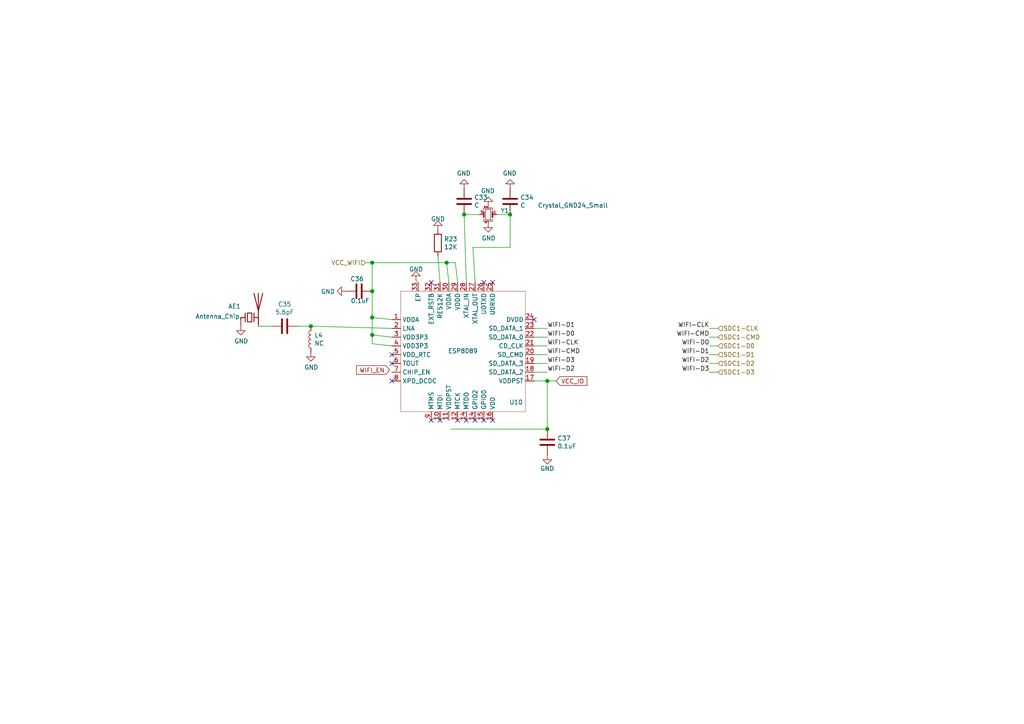
<source format=kicad_sch>
(kicad_sch (version 20210406) (generator eeschema)
  (paper "A4")
  (lib_symbols
    (symbol "Device:Antenna_Chip" (pin_numbers hide) (pin_names (offset 1.016) hide)
      (property "Reference" "AE" (at 0 5.08 0))
      (property "Value" "Antenna_Chip" (at 0 3.175 0))
      (symbol "Antenna_Chip_0_1"
        (polyline (pts (xy -2.54 0) (xy -2.54 -0.635)) (stroke (width 0.254)))
        (polyline (pts (xy -2.54 0) (xy -1.27 0)) (stroke (width 0.254)))
        (polyline (pts (xy 1.27 0) (xy 2.54 0)) (stroke (width 0.254)))
        (polyline (pts (xy 1.27 1.27) (xy 1.27 -1.27)) (stroke (width 0.254)))
        (polyline (pts (xy 2.54 -0.635) (xy 2.54 0)))
        (polyline (pts (xy 2.54 6.985) (xy 2.54 -1.905)) (stroke (width 0.254)))
        (polyline (pts (xy -1.27 1.27) (xy -1.27 -1.27) (xy -1.27 0)) (stroke (width 0.254)))
        (polyline (pts (xy 3.81 6.985) (xy 2.54 1.905) (xy 1.27 6.985)) (stroke (width 0.254)))
        (polyline (pts (xy -0.635 1.27) (xy 0.635 1.27) (xy 0.635 -1.27) (xy -0.635 -1.27) (xy -0.635 1.27)) (stroke (width 0.254)))
      )
      (symbol "Antenna_Chip_1_1"
        (pin input line (at -2.54 -2.54 90) (length 2.54) (name "FEED") (number "1"))
        (pin passive line (at 2.54 -2.54 90) (length 2.54) (name "PCB_Trace") (number "2"))
      )
    )
    (symbol "Device:C" (pin_numbers hide) (pin_names (offset 0.254))
      (property "Reference" "C" (at 0.635 2.54 0))
      (property "Value" "C" (at 0.635 -2.54 0))
      (symbol "C_0_1"
        (polyline (pts (xy -2.032 -0.762) (xy 2.032 -0.762)) (stroke (width 0.508)))
        (polyline (pts (xy -2.032 0.762) (xy 2.032 0.762)) (stroke (width 0.508)))
      )
      (symbol "C_1_1"
        (pin passive line (at 0 3.81 270) (length 2.794) (name "~") (number "1"))
        (pin passive line (at 0 -3.81 90) (length 2.794) (name "~") (number "2"))
      )
    )
    (symbol "Device:Crystal_GND24_Small" (pin_names (offset 1.016) hide)
      (property "Reference" "Y" (at 1.27 4.445 0))
      (property "Value" "Crystal_GND24_Small" (at 1.27 2.54 0))
      (symbol "Crystal_GND24_Small_0_1"
        (rectangle (start -0.762 -1.524) (end 0.762 1.524))
        (polyline (pts (xy -1.27 -0.762) (xy -1.27 0.762)) (stroke (width 0.381)))
        (polyline (pts (xy 1.27 -0.762) (xy 1.27 0.762)) (stroke (width 0.381)))
        (polyline (pts (xy -1.27 -1.27) (xy -1.27 -1.905) (xy 1.27 -1.905) (xy 1.27 -1.27)))
        (polyline (pts (xy -1.27 1.27) (xy -1.27 1.905) (xy 1.27 1.905) (xy 1.27 1.27)))
      )
      (symbol "Crystal_GND24_Small_1_1"
        (pin passive line (at -2.54 0 0) (length 1.27) (name "1") (number "1"))
        (pin passive line (at 0 -2.54 90) (length 0.635) (name "2") (number "2"))
        (pin passive line (at 2.54 0 180) (length 1.27) (name "3") (number "3"))
        (pin passive line (at 0 2.54 270) (length 0.635) (name "4") (number "4"))
      )
    )
    (symbol "Device:L" (pin_numbers hide) (pin_names (offset 1.016) hide)
      (property "Reference" "L" (at -1.27 0 90))
      (property "Value" "L" (at 1.905 0 90))
      (symbol "L_0_1"
        (arc (start 0 -2.54) (end 0 -1.27) (radius (at 0 -1.905) (length 0.635) (angles -89.9 89.9)))
        (arc (start 0 -1.27) (end 0 0) (radius (at 0 -0.635) (length 0.635) (angles -89.9 89.9)))
        (arc (start 0 0) (end 0 1.27) (radius (at 0 0.635) (length 0.635) (angles -89.9 89.9)))
        (arc (start 0 1.27) (end 0 2.54) (radius (at 0 1.905) (length 0.635) (angles -89.9 89.9)))
      )
      (symbol "L_1_1"
        (pin passive line (at 0 3.81 270) (length 1.27) (name "1") (number "1"))
        (pin passive line (at 0 -3.81 90) (length 1.27) (name "2") (number "2"))
      )
    )
    (symbol "Device:R" (pin_numbers hide) (pin_names (offset 0))
      (property "Reference" "R" (at 2.032 0 90))
      (property "Value" "R" (at 0 0 90))
      (symbol "R_0_1"
        (rectangle (start -1.016 -2.54) (end 1.016 2.54) (stroke (width 0.254)))
      )
      (symbol "R_1_1"
        (pin passive line (at 0 3.81 270) (length 1.27) (name "~") (number "1"))
        (pin passive line (at 0 -3.81 90) (length 1.27) (name "~") (number "2"))
      )
    )
    (symbol "ESP8089:ESP8089"
      (property "Reference" "U" (at 17.145 -19.05 0))
      (property "Value" "ESP8089" (at 0 0 0))
      (symbol "ESP8089_0_1"
        (rectangle (start -17.78 17.145) (end 18.415 -17.78) (stroke (width 0.0006)))
      )
      (symbol "ESP8089_1_1"
        (pin input line (at -20.32 8.89 0) (length 2.54) (name "VDDA") (number "1"))
        (pin input line (at -6.35 -20.32 90) (length 2.54) (name "MTDI") (number "10"))
        (pin input line (at -3.81 -20.32 90) (length 2.54) (name "VDDPST") (number "11"))
        (pin input line (at -1.27 -20.32 90) (length 2.54) (name "MTCK") (number "12"))
        (pin input line (at 3.81 -20.32 90) (length 2.54) (name "GPIO2") (number "14"))
        (pin input line (at 1.27 -20.32 90) (length 2.54) (name "MTDO") (number "14"))
        (pin input line (at 6.35 -20.32 90) (length 2.54) (name "GPIO0") (number "15"))
        (pin input line (at 8.89 -20.32 90) (length 2.54) (name "VDD") (number "16"))
        (pin input line (at 20.955 -8.89 180) (length 2.54) (name "VDDPST") (number "17"))
        (pin input line (at 20.955 -6.35 180) (length 2.54) (name "SD_DATA_2") (number "18"))
        (pin input line (at 20.955 -3.81 180) (length 2.54) (name "SD_DATA_3") (number "19"))
        (pin input line (at -20.32 6.35 0) (length 2.54) (name "LNA") (number "2"))
        (pin input line (at 20.955 -1.27 180) (length 2.54) (name "SD_CMD") (number "20"))
        (pin input line (at 20.955 1.27 180) (length 2.54) (name "CD_CLK") (number "21"))
        (pin input line (at 20.955 3.81 180) (length 2.54) (name "SD_DATA_0") (number "22"))
        (pin input line (at 20.955 6.35 180) (length 2.54) (name "SD_DATA_1") (number "23"))
        (pin input line (at 20.955 8.89 180) (length 2.54) (name "DVDD") (number "24"))
        (pin input line (at 8.89 19.685 270) (length 2.54) (name "U0RXD") (number "25"))
        (pin input line (at 6.35 19.685 270) (length 2.54) (name "UOTXD") (number "26"))
        (pin input line (at 3.81 19.685 270) (length 2.54) (name "XTAL_OUT") (number "27"))
        (pin input line (at 1.27 19.685 270) (length 2.54) (name "XTAL_IN") (number "28"))
        (pin input line (at -1.27 19.685 270) (length 2.54) (name "VDDD") (number "29"))
        (pin input line (at -20.32 3.81 0) (length 2.54) (name "VDD3P3") (number "3"))
        (pin input line (at -3.81 19.685 270) (length 2.54) (name "VDDA") (number "30"))
        (pin input line (at -6.35 19.685 270) (length 2.54) (name "RES12K") (number "31"))
        (pin input line (at -8.89 19.685 270) (length 2.54) (name "EXT_RSTB") (number "32"))
        (pin input line (at -12.7 19.685 270) (length 2.54) (name "EP") (number "33"))
        (pin input line (at -20.32 1.27 0) (length 2.54) (name "VDD3P3") (number "4"))
        (pin input line (at -20.32 -1.27 0) (length 2.54) (name "VDD_RTC") (number "5"))
        (pin input line (at -20.32 -3.81 0) (length 2.54) (name "TOUT") (number "6"))
        (pin input line (at -20.32 -6.35 0) (length 2.54) (name "CHIP_EN") (number "7"))
        (pin input line (at -20.32 -8.89 0) (length 2.54) (name "XPD_DCDC") (number "8"))
        (pin input line (at -8.89 -20.32 90) (length 2.54) (name "MTMS") (number "9"))
      )
    )
    (symbol "power:GND" (power) (pin_names (offset 0))
      (property "Value" "GND" (at 0 -3.81 0))
      (symbol "GND_0_1"
        (polyline (pts (xy 0 0) (xy 0 -1.27) (xy 1.27 -1.27) (xy 0 -2.54) (xy -1.27 -1.27) (xy 0 -1.27)))
      )
      (symbol "GND_1_1"
        (pin power_in line (at 0 0 270) (length 0) hide (name "GND") (number "1"))
      )
    )
  )
  (junction (at 90.17 94.615) (diameter 1.016))
  (junction (at 107.95 76.2) (diameter 1.016))
  (junction (at 107.95 84.455) (diameter 1.016))
  (junction (at 107.95 92.075) (diameter 1.016))
  (junction (at 107.95 97.155) (diameter 1.016))
  (junction (at 129.54 76.2) (diameter 1.016))
  (junction (at 134.62 62.23) (diameter 1.016))
  (junction (at 147.955 62.23) (diameter 1.016))
  (junction (at 158.75 110.49) (diameter 1.016))
  (junction (at 158.75 124.46) (diameter 1.016))
  (no_connect (at 113.665 102.87))
  (no_connect (at 113.665 105.41))
  (no_connect (at 113.665 110.49))
  (no_connect (at 125.095 81.915))
  (no_connect (at 125.095 121.92))
  (no_connect (at 127.635 121.92))
  (no_connect (at 132.715 121.92))
  (no_connect (at 135.255 121.92))
  (no_connect (at 137.795 121.92))
  (no_connect (at 140.335 81.915))
  (no_connect (at 140.335 121.92))
  (no_connect (at 142.875 81.915))
  (no_connect (at 142.875 121.92))
  (no_connect (at 154.94 92.71))
  (wire (pts (xy 74.93 94.615) (xy 78.74 94.615)))
  (wire (pts (xy 86.36 94.615) (xy 90.17 94.615)))
  (wire (pts (xy 90.17 94.615) (xy 113.665 95.25)))
  (wire (pts (xy 106.045 76.2) (xy 107.95 76.2)))
  (wire (pts (xy 107.95 76.2) (xy 107.95 84.455)))
  (wire (pts (xy 107.95 76.2) (xy 129.54 76.2)))
  (wire (pts (xy 107.95 84.455) (xy 107.95 92.075)))
  (wire (pts (xy 107.95 92.075) (xy 107.95 97.155)))
  (wire (pts (xy 107.95 92.075) (xy 113.665 92.71)))
  (wire (pts (xy 107.95 97.155) (xy 107.95 99.695)))
  (wire (pts (xy 107.95 97.155) (xy 113.665 97.79)))
  (wire (pts (xy 107.95 99.695) (xy 113.665 100.33)))
  (wire (pts (xy 121.285 81.915) (xy 120.65 81.28)))
  (wire (pts (xy 127 74.295) (xy 127.635 81.915)))
  (wire (pts (xy 129.54 76.2) (xy 130.175 81.915)))
  (wire (pts (xy 129.54 76.2) (xy 132.08 76.2)))
  (wire (pts (xy 132.08 76.2) (xy 132.715 81.915)))
  (wire (pts (xy 134.62 62.23) (xy 139.065 62.23)))
  (wire (pts (xy 135.255 81.915) (xy 134.62 62.23)))
  (wire (pts (xy 137.16 71.755) (xy 147.955 71.755)))
  (wire (pts (xy 137.795 81.915) (xy 137.16 71.755)))
  (wire (pts (xy 144.145 62.23) (xy 147.955 62.23)))
  (wire (pts (xy 147.955 71.755) (xy 147.955 62.23)))
  (wire (pts (xy 154.94 110.49) (xy 158.75 110.49)))
  (wire (pts (xy 158.75 95.25) (xy 154.94 95.25)))
  (wire (pts (xy 158.75 97.79) (xy 154.94 97.79)))
  (wire (pts (xy 158.75 100.33) (xy 154.94 100.33)))
  (wire (pts (xy 158.75 102.87) (xy 154.94 102.87)))
  (wire (pts (xy 158.75 105.41) (xy 154.94 105.41)))
  (wire (pts (xy 158.75 107.95) (xy 154.94 107.95)))
  (wire (pts (xy 158.75 110.49) (xy 158.75 124.46)))
  (wire (pts (xy 158.75 110.49) (xy 161.29 110.49)))
  (wire (pts (xy 158.75 124.46) (xy 130.81 124.46)))
  (wire (pts (xy 205.74 95.25) (xy 208.28 95.25)))
  (wire (pts (xy 205.74 97.79) (xy 208.28 97.79)))
  (wire (pts (xy 205.74 100.33) (xy 208.28 100.33)))
  (wire (pts (xy 205.74 102.87) (xy 208.28 102.87)))
  (wire (pts (xy 205.74 105.41) (xy 208.28 105.41)))
  (wire (pts (xy 205.74 107.95) (xy 208.28 107.95)))
  (label "WIFI-D1" (at 158.75 95.25 0))
  (label "WIFI-D0" (at 158.75 97.79 0))
  (label "WIFI-CLK" (at 158.75 100.33 0))
  (label "WIFI-CMD" (at 158.75 102.87 0))
  (label "WIFI-D3" (at 158.75 105.41 0))
  (label "WIFI-D2" (at 158.75 107.95 0))
  (label "WIFI-CLK" (at 205.74 95.25 180))
  (label "WIFI-CMD" (at 205.74 97.79 180))
  (label "WIFI-D0" (at 205.74 100.33 180))
  (label "WIFI-D1" (at 205.74 102.87 180))
  (label "WIFI-D2" (at 205.74 105.41 180))
  (label "WIFI-D3" (at 205.74 107.95 180))
  (global_label "WIFI_EN" (shape input) (at 113.03 107.315 180) (property "Intersheet References" "${INTERSHEET_REFS}" (effects hide)))
  (global_label "VCC_IO" (shape input) (at 161.29 110.49 0) (property "Intersheet References" "${INTERSHEET_REFS}" (effects hide)))
  (hierarchical_label "VCC_WIFI" (shape input) (at 106.045 76.2 180))
  (hierarchical_label "SDC1-CLK" (shape input) (at 208.28 95.25 0))
  (hierarchical_label "SDC1-CMD" (shape input) (at 208.28 97.79 0))
  (hierarchical_label "SDC1-D0" (shape input) (at 208.28 100.33 0))
  (hierarchical_label "SDC1-D1" (shape input) (at 208.28 102.87 0))
  (hierarchical_label "SDC1-D2" (shape input) (at 208.28 105.41 0))
  (hierarchical_label "SDC1-D3" (shape input) (at 208.28 107.95 0))
  (symbol (lib_id "power:GND") (at 69.85 94.615 0) (unit 1)
    (property "Reference" "#PWR0164" (effects hide))
    (property "Value" "GND" (at 69.9643 98.9394 0))
  )
  (symbol (lib_id "power:GND") (at 90.17 102.235 0) (unit 1)
    (property "Reference" "#PWR0169" (effects hide))
    (property "Value" "GND" (at 90.2843 106.5594 0))
  )
  (symbol (lib_id "power:GND") (at 100.33 84.455 270) (unit 1)
    (property "Reference" "#PWR0163" (effects hide))
    (property "Value" "GND" (at 97.155 84.5693 90) (effects (justify right)))
  )
  (symbol (lib_id "power:GND") (at 120.65 81.28 180) (unit 1)
    (property "Reference" "#PWR0161" (effects hide))
    (property "Value" "GND" (at 118.6307 78.105 0) (effects (justify right)))
  )
  (symbol (lib_id "power:GND") (at 127 66.675 180) (unit 1)
    (property "Reference" "#PWR0168" (effects hide))
    (property "Value" "GND" (at 124.9807 63.5 0) (effects (justify right)))
  )
  (symbol (lib_id "power:GND") (at 134.62 54.61 180) (unit 1)
    (property "Reference" "#PWR0157" (effects hide))
    (property "Value" "GND" (at 134.5057 50.2856 0))
  )
  (symbol (lib_id "power:GND") (at 141.605 59.69 180) (unit 1)
    (property "Reference" "#PWR0159" (effects hide))
    (property "Value" "GND" (at 141.4907 55.3656 0))
  )
  (symbol (lib_id "power:GND") (at 141.605 64.77 0) (unit 1)
    (property "Reference" "#PWR0160" (effects hide))
    (property "Value" "GND" (at 141.7193 69.0944 0))
  )
  (symbol (lib_id "power:GND") (at 147.955 54.61 180) (unit 1)
    (property "Reference" "#PWR0158" (effects hide))
    (property "Value" "GND" (at 147.8407 50.2856 0))
  )
  (symbol (lib_id "power:GND") (at 158.75 132.08 0) (unit 1)
    (property "Reference" "#PWR0162" (effects hide))
    (property "Value" "GND" (at 160.7693 135.89 0) (effects (justify right)))
  )
  (symbol (lib_id "Device:L") (at 90.17 98.425 180) (unit 1)
    (property "Reference" "L4" (at 91.1861 97.2756 0) (effects (justify right)))
    (property "Value" "NC" (at 91.186 99.574 0) (effects (justify right)))
  )
  (symbol (lib_id "Device:R") (at 127 70.485 180) (unit 1)
    (property "Reference" "R23" (at 128.7781 69.3356 0) (effects (justify right)))
    (property "Value" "12K" (at 128.778 71.634 0) (effects (justify right)))
    (property "Footprint" "Resistor_SMD:R_0402_1005Metric" (effects hide))
  )
  (symbol (lib_id "Device:Crystal_GND24_Small") (at 141.605 62.23 180) (unit 1)
    (property "Reference" "Y1" (at 145.1611 61.0806 0) (effects (justify right)))
    (property "Value" "Crystal_GND24_Small" (at 155.9561 59.5693 0) (effects (justify right)))
  )
  (symbol (lib_id "Device:C") (at 82.55 94.615 90) (unit 1)
    (property "Reference" "C35" (at 82.55 88.2458 90))
    (property "Value" "5.6pF" (at 82.55 90.544 90))
    (property "Footprint" "Capacitor_SMD:C_0402_1005Metric" (effects hide))
  )
  (symbol (lib_id "Device:C") (at 104.14 84.455 90) (unit 1)
    (property "Reference" "C36" (at 105.5306 80.8989 90) (effects (justify left)))
    (property "Value" "0.1uF" (at 107.194 87.249 90) (effects (justify left)))
    (property "Footprint" "Capacitor_SMD:C_0402_1005Metric" (effects hide))
  )
  (symbol (lib_id "Device:C") (at 134.62 58.42 0) (unit 1)
    (property "Reference" "C33" (at 137.5411 57.2706 0) (effects (justify left)))
    (property "Value" "C" (at 137.5411 59.5693 0) (effects (justify left)))
  )
  (symbol (lib_id "Device:C") (at 147.955 58.42 0) (unit 1)
    (property "Reference" "C34" (at 150.8761 57.2706 0) (effects (justify left)))
    (property "Value" "C" (at 150.8761 59.5693 0) (effects (justify left)))
  )
  (symbol (lib_id "Device:C") (at 158.75 128.27 0) (unit 1)
    (property "Reference" "C37" (at 161.6711 127.1206 0) (effects (justify left)))
    (property "Value" "0.1uF" (at 161.671 129.419 0) (effects (justify left)))
    (property "Footprint" "Capacitor_SMD:C_0402_1005Metric" (effects hide))
  )
  (symbol (lib_id "Device:Antenna_Chip") (at 72.39 92.075 0) (unit 1)
    (property "Reference" "AE1" (at 66.1671 88.8301 0) (effects (justify left)))
    (property "Value" "Antenna_Chip" (at 56.6421 91.7638 0) (effects (justify left)))
  )
  (symbol (lib_id "ESP8089:ESP8089") (at 133.985 101.6 0) (unit 1)
    (property "Reference" "U10" (at 147.7011 116.6431 0) (effects (justify left)))
    (property "Value" "ESP8089" (at 129.9211 101.7968 0) (effects (justify left)))
    (property "Footprint" "Package_DFN_QFN:QFN-32-1EP_5x5mm_P0.5mm_EP3.1x3.1mm_ThermalVias" (effects hide))
  )
)
</source>
